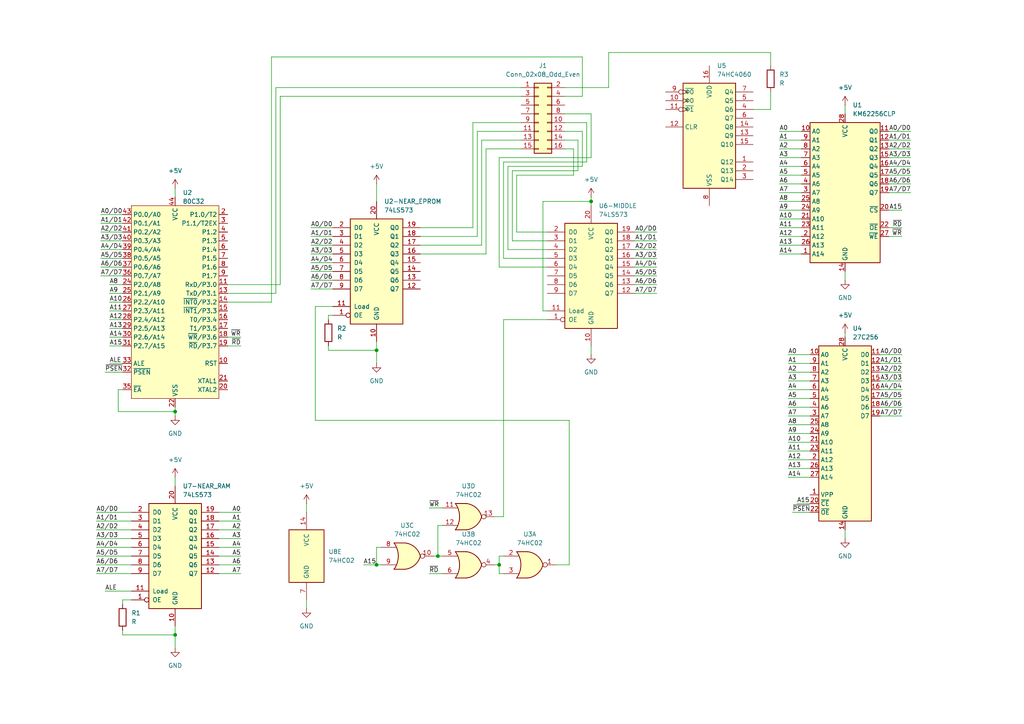
<source format=kicad_sch>
(kicad_sch (version 20231120) (generator "eeschema") (generator_version "8.0")
  (paper "A4")
  (lib_symbols
    (symbol "74xx:74HC02" (pin_names (offset 1.016))
      (property "Reference" "U" (at 0 1.27 0))
      (property "Value" "74HC02" (at 0 -1.27 0))
      (symbol "74HC02_1_1"
        (arc (start -3.81 -3.81) (mid -2.589 0) (end -3.81 3.81) (stroke (width 0.254)))
        (arc (start -0.6096 -3.81) (mid 2.1842 -2.5851) (end 3.81 0) (stroke (width 0.254)) (fill (type background)))
        (polyline (pts (xy -3.81 -3.81) (xy -0.635 -3.81)) (stroke (width 0.254)) (fill (type background)))
        (polyline (pts (xy -3.81 3.81) (xy -0.635 3.81)) (stroke (width 0.254)) (fill (type background)))
        (polyline (pts (xy -0.635 3.81) (xy -3.81 3.81) (xy -3.81 3.81) (xy -3.556 3.4036) (xy -3.0226 2.2606) (xy -2.6924 1.0414) (xy -2.6162 -0.254) (xy -2.7686 -1.4986) (xy -3.175 -2.7178) (xy -3.81 -3.81) (xy -3.81 -3.81) (xy -0.635 -3.81)) (stroke (width -25.4)) (fill (type background)))
        (arc (start 3.81 0) (mid 2.1915 2.5936) (end -0.6096 3.81) (stroke (width 0.254)) (fill (type background)))
        (pin output inverted (at 7.62 0 180) (length 3.81) (name "~") (number "1"))
        (pin input line (at -7.62 2.54 0) (length 4.318) (name "~") (number "2"))
        (pin input line (at -7.62 -2.54 0) (length 4.318) (name "~") (number "3"))
      )
      (symbol "74HC02_1_2"
        (arc (start 0 -3.81) (mid 3.7934 0) (end 0 3.81) (stroke (width 0.254)) (fill (type background)))
        (polyline (pts (xy 0 3.81) (xy -3.81 3.81) (xy -3.81 -3.81) (xy 0 -3.81)) (stroke (width 0.254)) (fill (type background)))
        (pin output line (at 7.62 0 180) (length 3.81) (name "~") (number "1"))
        (pin input inverted (at -7.62 2.54 0) (length 3.81) (name "~") (number "2"))
        (pin input inverted (at -7.62 -2.54 0) (length 3.81) (name "~") (number "3"))
      )
      (symbol "74HC02_2_1"
        (arc (start -3.81 -3.81) (mid -2.589 0) (end -3.81 3.81) (stroke (width 0.254)))
        (arc (start -0.6096 -3.81) (mid 2.1842 -2.5851) (end 3.81 0) (stroke (width 0.254)) (fill (type background)))
        (polyline (pts (xy -3.81 -3.81) (xy -0.635 -3.81)) (stroke (width 0.254)) (fill (type background)))
        (polyline (pts (xy -3.81 3.81) (xy -0.635 3.81)) (stroke (width 0.254)) (fill (type background)))
        (polyline (pts (xy -0.635 3.81) (xy -3.81 3.81) (xy -3.81 3.81) (xy -3.556 3.4036) (xy -3.0226 2.2606) (xy -2.6924 1.0414) (xy -2.6162 -0.254) (xy -2.7686 -1.4986) (xy -3.175 -2.7178) (xy -3.81 -3.81) (xy -3.81 -3.81) (xy -0.635 -3.81)) (stroke (width -25.4)) (fill (type background)))
        (arc (start 3.81 0) (mid 2.1915 2.5936) (end -0.6096 3.81) (stroke (width 0.254)) (fill (type background)))
        (pin output inverted (at 7.62 0 180) (length 3.81) (name "~") (number "4"))
        (pin input line (at -7.62 2.54 0) (length 4.318) (name "~") (number "5"))
        (pin input line (at -7.62 -2.54 0) (length 4.318) (name "~") (number "6"))
      )
      (symbol "74HC02_2_2"
        (arc (start 0 -3.81) (mid 3.7934 0) (end 0 3.81) (stroke (width 0.254)) (fill (type background)))
        (polyline (pts (xy 0 3.81) (xy -3.81 3.81) (xy -3.81 -3.81) (xy 0 -3.81)) (stroke (width 0.254)) (fill (type background)))
        (pin output line (at 7.62 0 180) (length 3.81) (name "~") (number "4"))
        (pin input inverted (at -7.62 2.54 0) (length 3.81) (name "~") (number "5"))
        (pin input inverted (at -7.62 -2.54 0) (length 3.81) (name "~") (number "6"))
      )
      (symbol "74HC02_3_1"
        (arc (start -3.81 -3.81) (mid -2.589 0) (end -3.81 3.81) (stroke (width 0.254)))
        (arc (start -0.6096 -3.81) (mid 2.1842 -2.5851) (end 3.81 0) (stroke (width 0.254)) (fill (type background)))
        (polyline (pts (xy -3.81 -3.81) (xy -0.635 -3.81)) (stroke (width 0.254)) (fill (type background)))
        (polyline (pts (xy -3.81 3.81) (xy -0.635 3.81)) (stroke (width 0.254)) (fill (type background)))
        (polyline (pts (xy -0.635 3.81) (xy -3.81 3.81) (xy -3.81 3.81) (xy -3.556 3.4036) (xy -3.0226 2.2606) (xy -2.6924 1.0414) (xy -2.6162 -0.254) (xy -2.7686 -1.4986) (xy -3.175 -2.7178) (xy -3.81 -3.81) (xy -3.81 -3.81) (xy -0.635 -3.81)) (stroke (width -25.4)) (fill (type background)))
        (arc (start 3.81 0) (mid 2.1915 2.5936) (end -0.6096 3.81) (stroke (width 0.254)) (fill (type background)))
        (pin output inverted (at 7.62 0 180) (length 3.81) (name "~") (number "10"))
        (pin input line (at -7.62 2.54 0) (length 4.318) (name "~") (number "8"))
        (pin input line (at -7.62 -2.54 0) (length 4.318) (name "~") (number "9"))
      )
      (symbol "74HC02_3_2"
        (arc (start 0 -3.81) (mid 3.7934 0) (end 0 3.81) (stroke (width 0.254)) (fill (type background)))
        (polyline (pts (xy 0 3.81) (xy -3.81 3.81) (xy -3.81 -3.81) (xy 0 -3.81)) (stroke (width 0.254)) (fill (type background)))
        (pin output line (at 7.62 0 180) (length 3.81) (name "~") (number "10"))
        (pin input inverted (at -7.62 2.54 0) (length 3.81) (name "~") (number "8"))
        (pin input inverted (at -7.62 -2.54 0) (length 3.81) (name "~") (number "9"))
      )
      (symbol "74HC02_4_1"
        (arc (start -3.81 -3.81) (mid -2.589 0) (end -3.81 3.81) (stroke (width 0.254)))
        (arc (start -0.6096 -3.81) (mid 2.1842 -2.5851) (end 3.81 0) (stroke (width 0.254)) (fill (type background)))
        (polyline (pts (xy -3.81 -3.81) (xy -0.635 -3.81)) (stroke (width 0.254)) (fill (type background)))
        (polyline (pts (xy -3.81 3.81) (xy -0.635 3.81)) (stroke (width 0.254)) (fill (type background)))
        (polyline (pts (xy -0.635 3.81) (xy -3.81 3.81) (xy -3.81 3.81) (xy -3.556 3.4036) (xy -3.0226 2.2606) (xy -2.6924 1.0414) (xy -2.6162 -0.254) (xy -2.7686 -1.4986) (xy -3.175 -2.7178) (xy -3.81 -3.81) (xy -3.81 -3.81) (xy -0.635 -3.81)) (stroke (width -25.4)) (fill (type background)))
        (arc (start 3.81 0) (mid 2.1915 2.5936) (end -0.6096 3.81) (stroke (width 0.254)) (fill (type background)))
        (pin input line (at -7.62 2.54 0) (length 4.318) (name "~") (number "11"))
        (pin input line (at -7.62 -2.54 0) (length 4.318) (name "~") (number "12"))
        (pin output inverted (at 7.62 0 180) (length 3.81) (name "~") (number "13"))
      )
      (symbol "74HC02_4_2"
        (arc (start 0 -3.81) (mid 3.7934 0) (end 0 3.81) (stroke (width 0.254)) (fill (type background)))
        (polyline (pts (xy 0 3.81) (xy -3.81 3.81) (xy -3.81 -3.81) (xy 0 -3.81)) (stroke (width 0.254)) (fill (type background)))
        (pin input inverted (at -7.62 2.54 0) (length 3.81) (name "~") (number "11"))
        (pin input inverted (at -7.62 -2.54 0) (length 3.81) (name "~") (number "12"))
        (pin output line (at 7.62 0 180) (length 3.81) (name "~") (number "13"))
      )
      (symbol "74HC02_5_0"
        (pin power_in line (at 0 12.7 270) (length 5.08) (name "VCC") (number "14"))
        (pin power_in line (at 0 -12.7 90) (length 5.08) (name "GND") (number "7"))
      )
      (symbol "74HC02_5_1"
        (rectangle (start -5.08 7.62) (end 5.08 -7.62) (stroke (width 0.254)) (fill (type background)))
      )
    )
    (symbol "74xx:74HC4060"
      (property "Reference" "U" (at 5.08 16.51 0))
      (property "Value" "74HC4060" (at 7.62 -16.51 0))
      (symbol "74HC4060_1_0"
        (pin output line (at 12.7 -7.62 180) (length 5.08) (name "Q12") (number "1"))
        (pin input clock (at -12.7 10.16 0) (length 5.08) (name "Φ0") (number "10"))
        (pin input inverted_clock (at -12.7 7.62 0) (length 5.08) (name "~{Φ1}") (number "11"))
        (pin input line (at -12.7 2.54 0) (length 5.08) (name "CLR") (number "12"))
        (pin output line (at 12.7 0 180) (length 5.08) (name "Q9") (number "13"))
        (pin output line (at 12.7 2.54 180) (length 5.08) (name "Q8") (number "14"))
        (pin output line (at 12.7 -2.54 180) (length 5.08) (name "Q10") (number "15"))
        (pin power_in line (at 0 20.32 270) (length 5.08) (name "VDD") (number "16"))
        (pin output line (at 12.7 -10.16 180) (length 5.08) (name "Q13") (number "2"))
        (pin output line (at 12.7 -12.7 180) (length 5.08) (name "Q14") (number "3"))
        (pin output line (at 12.7 7.62 180) (length 5.08) (name "Q6") (number "4"))
        (pin output line (at 12.7 10.16 180) (length 5.08) (name "Q5") (number "5"))
        (pin output line (at 12.7 5.08 180) (length 5.08) (name "Q7") (number "6"))
        (pin output line (at 12.7 12.7 180) (length 5.08) (name "Q4") (number "7"))
        (pin power_in line (at 0 -20.32 90) (length 5.08) (name "VSS") (number "8"))
        (pin input inverted_clock (at -12.7 12.7 0) (length 5.08) (name "~{Φ0}") (number "9"))
      )
      (symbol "74HC4060_1_1"
        (rectangle (start -7.62 15.24) (end 7.62 -15.24) (stroke (width 0.254)) (fill (type background)))
      )
    )
    (symbol "74xx:74HC86" (pin_names (offset 1.016))
      (property "Reference" "U" (at 0 1.27 0))
      (property "Value" "74HC86" (at 0 -1.27 0))
      (symbol "74HC86_1_0"
        (arc (start -4.4196 -3.81) (mid -3.2033 0) (end -4.4196 3.81) (stroke (width 0.254)))
        (arc (start -3.81 -3.81) (mid -2.589 0) (end -3.81 3.81) (stroke (width 0.254)))
        (arc (start -0.6096 -3.81) (mid 2.1842 -2.5851) (end 3.81 0) (stroke (width 0.254)) (fill (type background)))
        (polyline (pts (xy -3.81 -3.81) (xy -0.635 -3.81)) (stroke (width 0.254)) (fill (type background)))
        (polyline (pts (xy -3.81 3.81) (xy -0.635 3.81)) (stroke (width 0.254)) (fill (type background)))
        (polyline (pts (xy -0.635 3.81) (xy -3.81 3.81) (xy -3.81 3.81) (xy -3.556 3.4036) (xy -3.0226 2.2606) (xy -2.6924 1.0414) (xy -2.6162 -0.254) (xy -2.7686 -1.4986) (xy -3.175 -2.7178) (xy -3.81 -3.81) (xy -3.81 -3.81) (xy -0.635 -3.81)) (stroke (width -25.4)) (fill (type background)))
        (arc (start 3.81 0) (mid 2.1915 2.5936) (end -0.6096 3.81) (stroke (width 0.254)) (fill (type background)))
        (pin input line (at -7.62 2.54 0) (length 4.445) (name "~") (number "1"))
        (pin input line (at -7.62 -2.54 0) (length 4.445) (name "~") (number "2"))
        (pin output line (at 7.62 0 180) (length 3.81) (name "~") (number "3"))
      )
      (symbol "74HC86_1_1"
        (polyline (pts (xy -3.81 -2.54) (xy -3.175 -2.54)) (stroke (width 0.1524)))
        (polyline (pts (xy -3.81 2.54) (xy -3.175 2.54)) (stroke (width 0.1524)))
      )
      (symbol "74HC86_2_0"
        (arc (start -4.4196 -3.81) (mid -3.2033 0) (end -4.4196 3.81) (stroke (width 0.254)))
        (arc (start -3.81 -3.81) (mid -2.589 0) (end -3.81 3.81) (stroke (width 0.254)))
        (arc (start -0.6096 -3.81) (mid 2.1842 -2.5851) (end 3.81 0) (stroke (width 0.254)) (fill (type background)))
        (polyline (pts (xy -3.81 -3.81) (xy -0.635 -3.81)) (stroke (width 0.254)) (fill (type background)))
        (polyline (pts (xy -3.81 3.81) (xy -0.635 3.81)) (stroke (width 0.254)) (fill (type background)))
        (polyline (pts (xy -0.635 3.81) (xy -3.81 3.81) (xy -3.81 3.81) (xy -3.556 3.4036) (xy -3.0226 2.2606) (xy -2.6924 1.0414) (xy -2.6162 -0.254) (xy -2.7686 -1.4986) (xy -3.175 -2.7178) (xy -3.81 -3.81) (xy -3.81 -3.81) (xy -0.635 -3.81)) (stroke (width -25.4)) (fill (type background)))
        (arc (start 3.81 0) (mid 2.1915 2.5936) (end -0.6096 3.81) (stroke (width 0.254)) (fill (type background)))
        (pin input line (at -7.62 2.54 0) (length 4.445) (name "~") (number "4"))
        (pin input line (at -7.62 -2.54 0) (length 4.445) (name "~") (number "5"))
        (pin output line (at 7.62 0 180) (length 3.81) (name "~") (number "6"))
      )
      (symbol "74HC86_2_1"
        (polyline (pts (xy -3.81 -2.54) (xy -3.175 -2.54)) (stroke (width 0.1524)))
        (polyline (pts (xy -3.81 2.54) (xy -3.175 2.54)) (stroke (width 0.1524)))
      )
      (symbol "74HC86_3_0"
        (arc (start -4.4196 -3.81) (mid -3.2033 0) (end -4.4196 3.81) (stroke (width 0.254)))
        (arc (start -3.81 -3.81) (mid -2.589 0) (end -3.81 3.81) (stroke (width 0.254)))
        (arc (start -0.6096 -3.81) (mid 2.1842 -2.5851) (end 3.81 0) (stroke (width 0.254)) (fill (type background)))
        (polyline (pts (xy -3.81 -3.81) (xy -0.635 -3.81)) (stroke (width 0.254)) (fill (type background)))
        (polyline (pts (xy -3.81 3.81) (xy -0.635 3.81)) (stroke (width 0.254)) (fill (type background)))
        (polyline (pts (xy -0.635 3.81) (xy -3.81 3.81) (xy -3.81 3.81) (xy -3.556 3.4036) (xy -3.0226 2.2606) (xy -2.6924 1.0414) (xy -2.6162 -0.254) (xy -2.7686 -1.4986) (xy -3.175 -2.7178) (xy -3.81 -3.81) (xy -3.81 -3.81) (xy -0.635 -3.81)) (stroke (width -25.4)) (fill (type background)))
        (arc (start 3.81 0) (mid 2.1915 2.5936) (end -0.6096 3.81) (stroke (width 0.254)) (fill (type background)))
        (pin input line (at -7.62 -2.54 0) (length 4.445) (name "~") (number "10"))
        (pin output line (at 7.62 0 180) (length 3.81) (name "~") (number "8"))
        (pin input line (at -7.62 2.54 0) (length 4.445) (name "~") (number "9"))
      )
      (symbol "74HC86_3_1"
        (polyline (pts (xy -3.81 -2.54) (xy -3.175 -2.54)) (stroke (width 0.1524)))
        (polyline (pts (xy -3.81 2.54) (xy -3.175 2.54)) (stroke (width 0.1524)))
      )
      (symbol "74HC86_4_0"
        (arc (start -4.4196 -3.81) (mid -3.2033 0) (end -4.4196 3.81) (stroke (width 0.254)))
        (arc (start -3.81 -3.81) (mid -2.589 0) (end -3.81 3.81) (stroke (width 0.254)))
        (arc (start -0.6096 -3.81) (mid 2.1842 -2.5851) (end 3.81 0) (stroke (width 0.254)) (fill (type background)))
        (polyline (pts (xy -3.81 -3.81) (xy -0.635 -3.81)) (stroke (width 0.254)) (fill (type background)))
        (polyline (pts (xy -3.81 3.81) (xy -0.635 3.81)) (stroke (width 0.254)) (fill (type background)))
        (polyline (pts (xy -0.635 3.81) (xy -3.81 3.81) (xy -3.81 3.81) (xy -3.556 3.4036) (xy -3.0226 2.2606) (xy -2.6924 1.0414) (xy -2.6162 -0.254) (xy -2.7686 -1.4986) (xy -3.175 -2.7178) (xy -3.81 -3.81) (xy -3.81 -3.81) (xy -0.635 -3.81)) (stroke (width -25.4)) (fill (type background)))
        (arc (start 3.81 0) (mid 2.1915 2.5936) (end -0.6096 3.81) (stroke (width 0.254)) (fill (type background)))
        (pin output line (at 7.62 0 180) (length 3.81) (name "~") (number "11"))
        (pin input line (at -7.62 2.54 0) (length 4.445) (name "~") (number "12"))
        (pin input line (at -7.62 -2.54 0) (length 4.445) (name "~") (number "13"))
      )
      (symbol "74HC86_4_1"
        (polyline (pts (xy -3.81 -2.54) (xy -3.175 -2.54)) (stroke (width 0.1524)))
        (polyline (pts (xy -3.81 2.54) (xy -3.175 2.54)) (stroke (width 0.1524)))
      )
      (symbol "74HC86_5_0"
        (pin power_in line (at 0 12.7 270) (length 5.08) (name "VCC") (number "14"))
        (pin power_in line (at 0 -12.7 90) (length 5.08) (name "GND") (number "7"))
      )
      (symbol "74HC86_5_1"
        (rectangle (start -5.08 7.62) (end 5.08 -7.62) (stroke (width 0.254)) (fill (type background)))
      )
    )
    (symbol "74xx:74LS573" (pin_names (offset 1.016))
      (property "Reference" "U" (at -7.62 16.51 0))
      (property "Value" "74LS573" (at -7.62 -16.51 0))
      (symbol "74LS573_1_0"
        (pin input inverted (at -12.7 -12.7 0) (length 5.08) (name "OE") (number "1"))
        (pin power_in line (at 0 -20.32 90) (length 5.08) (name "GND") (number "10"))
        (pin input line (at -12.7 -10.16 0) (length 5.08) (name "Load") (number "11"))
        (pin tri_state line (at 12.7 -5.08 180) (length 5.08) (name "Q7") (number "12"))
        (pin tri_state line (at 12.7 -2.54 180) (length 5.08) (name "Q6") (number "13"))
        (pin tri_state line (at 12.7 0 180) (length 5.08) (name "Q5") (number "14"))
        (pin tri_state line (at 12.7 2.54 180) (length 5.08) (name "Q4") (number "15"))
        (pin tri_state line (at 12.7 5.08 180) (length 5.08) (name "Q3") (number "16"))
        (pin tri_state line (at 12.7 7.62 180) (length 5.08) (name "Q2") (number "17"))
        (pin tri_state line (at 12.7 10.16 180) (length 5.08) (name "Q1") (number "18"))
        (pin tri_state line (at 12.7 12.7 180) (length 5.08) (name "Q0") (number "19"))
        (pin input line (at -12.7 12.7 0) (length 5.08) (name "D0") (number "2"))
        (pin power_in line (at 0 20.32 270) (length 5.08) (name "VCC") (number "20"))
        (pin input line (at -12.7 10.16 0) (length 5.08) (name "D1") (number "3"))
        (pin input line (at -12.7 7.62 0) (length 5.08) (name "D2") (number "4"))
        (pin input line (at -12.7 5.08 0) (length 5.08) (name "D3") (number "5"))
        (pin input line (at -12.7 2.54 0) (length 5.08) (name "D4") (number "6"))
        (pin input line (at -12.7 0 0) (length 5.08) (name "D5") (number "7"))
        (pin input line (at -12.7 -2.54 0) (length 5.08) (name "D6") (number "8"))
        (pin input line (at -12.7 -5.08 0) (length 5.08) (name "D7") (number "9"))
      )
      (symbol "74LS573_1_1"
        (rectangle (start -7.62 15.24) (end 7.62 -15.24) (stroke (width 0.254)) (fill (type background)))
      )
    )
    (symbol "Angle Processor Board:80C32"
      (property "Reference" "U" (at -10.414 5.588 0))
      (symbol "80C32_1_1"
        (rectangle (start -12.7 0) (end 12.7 -55.88) (fill (type background)))
        (pin input line (at 15.24 -45.72 180) (length 2.54) (name "RST") (number "10"))
        (pin tri_state line (at 15.24 -22.86 180) (length 2.54) (name "RxD/P3.0") (number "11"))
        (pin tri_state line (at 15.24 -25.4 180) (length 2.54) (name "TxD/P3.1") (number "13"))
        (pin tri_state line (at 15.24 -27.94 180) (length 2.54) (name "~{INT0}/P3.2") (number "14"))
        (pin tri_state line (at 15.24 -30.48 180) (length 2.54) (name "~{INT1}/P3.3") (number "15"))
        (pin tri_state line (at 15.24 -33.02 180) (length 2.54) (name "T0/P3.4") (number "16"))
        (pin tri_state line (at 15.24 -35.56 180) (length 2.54) (name "T1/P3.5") (number "17"))
        (pin tri_state line (at 15.24 -38.1 180) (length 2.54) (name "~{WR}/P3.6") (number "18"))
        (pin tri_state line (at 15.24 -40.64 180) (length 2.54) (name "~{RD}/P3.7") (number "19"))
        (pin tri_state line (at 15.24 -2.54 180) (length 2.54) (name "P1.0/T2") (number "2"))
        (pin output line (at 15.24 -53.34 180) (length 2.54) (name "XTAL2") (number "20"))
        (pin input line (at 15.24 -50.8 180) (length 2.54) (name "XTAL1") (number "21"))
        (pin power_in line (at 0 -58.42 90) (length 2.54) (name "VSS") (number "22"))
        (pin tri_state line (at -15.24 -22.86 0) (length 2.54) (name "P2.0/A8") (number "24"))
        (pin tri_state line (at -15.24 -25.4 0) (length 2.54) (name "P2.1/A9") (number "25"))
        (pin tri_state line (at -15.24 -27.94 0) (length 2.54) (name "P2.2/A10") (number "26"))
        (pin tri_state line (at -15.24 -30.48 0) (length 2.54) (name "P2.3/A11") (number "27"))
        (pin tri_state line (at -15.24 -33.02 0) (length 2.54) (name "P2.4/A12") (number "28"))
        (pin tri_state line (at -15.24 -35.56 0) (length 2.54) (name "P2.5/A13") (number "29"))
        (pin tri_state line (at 15.24 -5.08 180) (length 2.54) (name "P1.1/T2EX") (number "3"))
        (pin tri_state line (at -15.24 -38.1 0) (length 2.54) (name "P2.6/A14") (number "30"))
        (pin tri_state line (at -15.24 -40.64 0) (length 2.54) (name "P2.7/A15") (number "31"))
        (pin output line (at -15.24 -48.26 0) (length 2.54) (name "~{PSEN}") (number "32"))
        (pin output line (at -15.24 -45.72 0) (length 2.54) (name "ALE") (number "33"))
        (pin input line (at -15.24 -53.34 0) (length 2.54) (name "~{EA}") (number "35"))
        (pin tri_state line (at -15.24 -20.32 0) (length 2.54) (name "P0.7/A7") (number "36"))
        (pin tri_state line (at -15.24 -17.78 0) (length 2.54) (name "P0.6/A6") (number "37"))
        (pin tri_state line (at -15.24 -15.24 0) (length 2.54) (name "P0.5/A5") (number "38"))
        (pin tri_state line (at -15.24 -12.7 0) (length 2.54) (name "P0.4/A4") (number "39"))
        (pin tri_state line (at 15.24 -7.62 180) (length 2.54) (name "P1.2") (number "4"))
        (pin tri_state line (at -15.24 -10.16 0) (length 2.54) (name "P0.3/A3") (number "40"))
        (pin tri_state line (at -15.24 -7.62 0) (length 2.54) (name "P0.2/A2") (number "41"))
        (pin tri_state line (at -15.24 -5.08 0) (length 2.54) (name "P0.1/A1") (number "42"))
        (pin tri_state line (at -15.24 -2.54 0) (length 2.54) (name "P0.0/A0") (number "43"))
        (pin power_in line (at 0 2.54 270) (length 2.54) (name "VCC") (number "44"))
        (pin tri_state line (at 15.24 -10.16 180) (length 2.54) (name "P1.3") (number "5"))
        (pin tri_state line (at 15.24 -12.7 180) (length 2.54) (name "P1.4") (number "6"))
        (pin tri_state line (at 15.24 -15.24 180) (length 2.54) (name "P1.5") (number "7"))
        (pin tri_state line (at 15.24 -17.78 180) (length 2.54) (name "P1.6") (number "8"))
        (pin tri_state line (at 15.24 -20.32 180) (length 2.54) (name "P1.7") (number "9"))
      )
    )
    (symbol "Connector_Generic:Conn_02x08_Odd_Even" (pin_names (offset 1.016) hide)
      (property "Reference" "J" (at 1.27 10.16 0))
      (property "Value" "Conn_02x08_Odd_Even" (at 1.27 -12.7 0))
      (symbol "Conn_02x08_Odd_Even_1_1"
        (rectangle (start -1.27 -10.033) (end 0 -10.287) (stroke (width 0.1524)))
        (rectangle (start -1.27 -7.493) (end 0 -7.747) (stroke (width 0.1524)))
        (rectangle (start -1.27 -4.953) (end 0 -5.207) (stroke (width 0.1524)))
        (rectangle (start -1.27 -2.413) (end 0 -2.667) (stroke (width 0.1524)))
        (rectangle (start -1.27 0.127) (end 0 -0.127) (stroke (width 0.1524)))
        (rectangle (start -1.27 2.667) (end 0 2.413) (stroke (width 0.1524)))
        (rectangle (start -1.27 5.207) (end 0 4.953) (stroke (width 0.1524)))
        (rectangle (start -1.27 7.747) (end 0 7.493) (stroke (width 0.1524)))
        (rectangle (start -1.27 8.89) (end 3.81 -11.43) (stroke (width 0.254)) (fill (type background)))
        (rectangle (start 3.81 -10.033) (end 2.54 -10.287) (stroke (width 0.1524)))
        (rectangle (start 3.81 -7.493) (end 2.54 -7.747) (stroke (width 0.1524)))
        (rectangle (start 3.81 -4.953) (end 2.54 -5.207) (stroke (width 0.1524)))
        (rectangle (start 3.81 -2.413) (end 2.54 -2.667) (stroke (width 0.1524)))
        (rectangle (start 3.81 0.127) (end 2.54 -0.127) (stroke (width 0.1524)))
        (rectangle (start 3.81 2.667) (end 2.54 2.413) (stroke (width 0.1524)))
        (rectangle (start 3.81 5.207) (end 2.54 4.953) (stroke (width 0.1524)))
        (rectangle (start 3.81 7.747) (end 2.54 7.493) (stroke (width 0.1524)))
        (pin passive line (at -5.08 7.62 0) (length 3.81) (name "Pin_1") (number "1"))
        (pin passive line (at 7.62 -2.54 180) (length 3.81) (name "Pin_10") (number "10"))
        (pin passive line (at -5.08 -5.08 0) (length 3.81) (name "Pin_11") (number "11"))
        (pin passive line (at 7.62 -5.08 180) (length 3.81) (name "Pin_12") (number "12"))
        (pin passive line (at -5.08 -7.62 0) (length 3.81) (name "Pin_13") (number "13"))
        (pin passive line (at 7.62 -7.62 180) (length 3.81) (name "Pin_14") (number "14"))
        (pin passive line (at -5.08 -10.16 0) (length 3.81) (name "Pin_15") (number "15"))
        (pin passive line (at 7.62 -10.16 180) (length 3.81) (name "Pin_16") (number "16"))
        (pin passive line (at 7.62 7.62 180) (length 3.81) (name "Pin_2") (number "2"))
        (pin passive line (at -5.08 5.08 0) (length 3.81) (name "Pin_3") (number "3"))
        (pin passive line (at 7.62 5.08 180) (length 3.81) (name "Pin_4") (number "4"))
        (pin passive line (at -5.08 2.54 0) (length 3.81) (name "Pin_5") (number "5"))
        (pin passive line (at 7.62 2.54 180) (length 3.81) (name "Pin_6") (number "6"))
        (pin passive line (at -5.08 0 0) (length 3.81) (name "Pin_7") (number "7"))
        (pin passive line (at 7.62 0 180) (length 3.81) (name "Pin_8") (number "8"))
        (pin passive line (at -5.08 -2.54 0) (length 3.81) (name "Pin_9") (number "9"))
      )
    )
    (symbol "Device:R" (pin_numbers hide) (pin_names (offset 0))
      (property "Reference" "R" (at 2.032 0 90))
      (property "Value" "R" (at 0 0 90))
      (symbol "R_0_1"
        (rectangle (start -1.016 -2.54) (end 1.016 2.54) (stroke (width 0.254)))
      )
      (symbol "R_1_1"
        (pin passive line (at 0 3.81 270) (length 1.27) (name "~") (number "1"))
        (pin passive line (at 0 -3.81 90) (length 1.27) (name "~") (number "2"))
      )
    )
    (symbol "Memory_EPROM:27C256"
      (property "Reference" "U" (at -7.62 26.67 0))
      (property "Value" "27C256" (at 2.54 -26.67 0))
      (symbol "27C256_1_1"
        (rectangle (start -7.62 25.4) (end 7.62 -25.4) (stroke (width 0.254)) (fill (type background)))
        (pin input line (at -10.16 -17.78 0) (length 2.54) (name "VPP") (number "1"))
        (pin input line (at -10.16 22.86 0) (length 2.54) (name "A0") (number "10"))
        (pin tri_state line (at 10.16 22.86 180) (length 2.54) (name "D0") (number "11"))
        (pin tri_state line (at 10.16 20.32 180) (length 2.54) (name "D1") (number "12"))
        (pin tri_state line (at 10.16 17.78 180) (length 2.54) (name "D2") (number "13"))
        (pin power_in line (at 0 -27.94 90) (length 2.54) (name "GND") (number "14"))
        (pin tri_state line (at 10.16 15.24 180) (length 2.54) (name "D3") (number "15"))
        (pin tri_state line (at 10.16 12.7 180) (length 2.54) (name "D4") (number "16"))
        (pin tri_state line (at 10.16 10.16 180) (length 2.54) (name "D5") (number "17"))
        (pin tri_state line (at 10.16 7.62 180) (length 2.54) (name "D6") (number "18"))
        (pin tri_state line (at 10.16 5.08 180) (length 2.54) (name "D7") (number "19"))
        (pin input line (at -10.16 -7.62 0) (length 2.54) (name "A12") (number "2"))
        (pin input line (at -10.16 -20.32 0) (length 2.54) (name "~{CE}") (number "20"))
        (pin input line (at -10.16 -2.54 0) (length 2.54) (name "A10") (number "21"))
        (pin input line (at -10.16 -22.86 0) (length 2.54) (name "~{OE}") (number "22"))
        (pin input line (at -10.16 -5.08 0) (length 2.54) (name "A11") (number "23"))
        (pin input line (at -10.16 0 0) (length 2.54) (name "A9") (number "24"))
        (pin input line (at -10.16 2.54 0) (length 2.54) (name "A8") (number "25"))
        (pin input line (at -10.16 -10.16 0) (length 2.54) (name "A13") (number "26"))
        (pin input line (at -10.16 -12.7 0) (length 2.54) (name "A14") (number "27"))
        (pin power_in line (at 0 27.94 270) (length 2.54) (name "VCC") (number "28"))
        (pin input line (at -10.16 5.08 0) (length 2.54) (name "A7") (number "3"))
        (pin input line (at -10.16 7.62 0) (length 2.54) (name "A6") (number "4"))
        (pin input line (at -10.16 10.16 0) (length 2.54) (name "A5") (number "5"))
        (pin input line (at -10.16 12.7 0) (length 2.54) (name "A4") (number "6"))
        (pin input line (at -10.16 15.24 0) (length 2.54) (name "A3") (number "7"))
        (pin input line (at -10.16 17.78 0) (length 2.54) (name "A2") (number "8"))
        (pin input line (at -10.16 20.32 0) (length 2.54) (name "A1") (number "9"))
      )
    )
    (symbol "Memory_RAM:KM62256CLP"
      (property "Reference" "U" (at -10.16 20.955 0))
      (property "Value" "KM62256CLP" (at 2.54 20.955 0))
      (symbol "KM62256CLP_0_0"
        (pin power_in line (at 0 -22.86 90) (length 2.54) (name "GND") (number "14"))
        (pin power_in line (at 0 22.86 270) (length 2.54) (name "VCC") (number "28"))
      )
      (symbol "KM62256CLP_0_1"
        (rectangle (start -10.16 20.32) (end 10.16 -20.32) (stroke (width 0.254)) (fill (type background)))
      )
      (symbol "KM62256CLP_1_1"
        (pin input line (at -12.7 -17.78 0) (length 2.54) (name "A14") (number "1"))
        (pin input line (at -12.7 17.78 0) (length 2.54) (name "A0") (number "10"))
        (pin tri_state line (at 12.7 17.78 180) (length 2.54) (name "Q0") (number "11"))
        (pin tri_state line (at 12.7 15.24 180) (length 2.54) (name "Q1") (number "12"))
        (pin tri_state line (at 12.7 12.7 180) (length 2.54) (name "Q2") (number "13"))
        (pin tri_state line (at 12.7 10.16 180) (length 2.54) (name "Q3") (number "15"))
        (pin tri_state line (at 12.7 7.62 180) (length 2.54) (name "Q4") (number "16"))
        (pin tri_state line (at 12.7 5.08 180) (length 2.54) (name "Q5") (number "17"))
        (pin tri_state line (at 12.7 2.54 180) (length 2.54) (name "Q6") (number "18"))
        (pin tri_state line (at 12.7 0 180) (length 2.54) (name "Q7") (number "19"))
        (pin input line (at -12.7 -12.7 0) (length 2.54) (name "A12") (number "2"))
        (pin input line (at 12.7 -5.08 180) (length 2.54) (name "~{CS}") (number "20"))
        (pin input line (at -12.7 -7.62 0) (length 2.54) (name "A10") (number "21"))
        (pin input line (at 12.7 -10.16 180) (length 2.54) (name "~{OE}") (number "22"))
        (pin input line (at -12.7 -10.16 0) (length 2.54) (name "A11") (number "23"))
        (pin input line (at -12.7 -5.08 0) (length 2.54) (name "A9") (number "24"))
        (pin input line (at -12.7 -2.54 0) (length 2.54) (name "A8") (number "25"))
        (pin input line (at -12.7 -15.24 0) (length 2.54) (name "A13") (number "26"))
        (pin input line (at 12.7 -12.7 180) (length 2.54) (name "~{WE}") (number "27"))
        (pin input line (at -12.7 0 0) (length 2.54) (name "A7") (number "3"))
        (pin input line (at -12.7 2.54 0) (length 2.54) (name "A6") (number "4"))
        (pin input line (at -12.7 5.08 0) (length 2.54) (name "A5") (number "5"))
        (pin input line (at -12.7 7.62 0) (length 2.54) (name "A4") (number "6"))
        (pin input line (at -12.7 10.16 0) (length 2.54) (name "A3") (number "7"))
        (pin input line (at -12.7 12.7 0) (length 2.54) (name "A2") (number "8"))
        (pin input line (at -12.7 15.24 0) (length 2.54) (name "A1") (number "9"))
      )
    )
    (symbol "power:+5V" (power) (pin_numbers hide) (pin_names (offset 0) hide)
      (property "Value" "+5V" (at 0 3.556 0))
      (symbol "+5V_0_1"
        (polyline (pts (xy -0.762 1.27) (xy 0 2.54)))
        (polyline (pts (xy 0 0) (xy 0 2.54)))
        (polyline (pts (xy 0 2.54) (xy 0.762 1.27)))
      )
      (symbol "+5V_1_1"
        (pin power_in line (at 0 0 90) (length 0) (name "~") (number "1"))
      )
    )
    (symbol "power:GND" (power) (pin_numbers hide) (pin_names (offset 0) hide)
      (property "Value" "GND" (at 0 -3.81 0))
      (symbol "GND_0_1"
        (polyline (pts (xy 0 0) (xy 0 -1.27) (xy 1.27 -1.27) (xy 0 -2.54) (xy -1.27 -1.27) (xy 0 -1.27)))
      )
      (symbol "GND_1_1"
        (pin power_in line (at 0 0 270) (length 0) (name "~") (number "1"))
      )
    )
  )
  (junction (at 109.22 163.83))
  (junction (at 127 161.29))
  (junction (at 171.45 58.42))
  (junction (at 50.8 184.15))
  (junction (at 109.22 101.6))
  (junction (at 50.8 119.38))
  (junction (at 144.78 163.83))
  (wire (pts (xy 144.78 166.37) (xy 146.05 166.37)))
  (wire (pts (xy 105.41 163.83) (xy 109.22 163.83)))
  (wire (pts (xy 264.16 43.18) (xy 257.81 43.18)))
  (wire (pts (xy 69.85 100.33) (xy 66.04 100.33)))
  (wire (pts (xy 226.06 71.12) (xy 232.41 71.12)))
  (wire (pts (xy 27.94 151.13) (xy 38.1 151.13)))
  (wire (pts (xy 264.16 53.34) (xy 257.81 53.34)))
  (wire (pts (xy 228.6 107.95) (xy 234.95 107.95)))
  (wire (pts (xy 176.53 15.24) (xy 176.53 25.4)))
  (wire (pts (xy 264.16 38.1) (xy 257.81 38.1)))
  (wire (pts (xy 66.04 87.63) (xy 78.74 87.63)))
  (wire (pts (xy 157.48 58.42) (xy 171.45 58.42)))
  (wire (pts (xy 69.85 158.75) (xy 63.5 158.75)))
  (wire (pts (xy 31.75 87.63) (xy 35.56 87.63)))
  (wire (pts (xy 170.18 35.56) (xy 163.83 35.56)))
  (wire (pts (xy 190.5 85.09) (xy 184.15 85.09)))
  (wire (pts (xy 163.83 43.18) (xy 166.37 43.18)))
  (wire (pts (xy 226.06 63.5) (xy 232.41 63.5)))
  (wire (pts (xy 226.06 43.18) (xy 232.41 43.18)))
  (wire (pts (xy 90.17 71.12) (xy 96.52 71.12)))
  (wire (pts (xy 190.5 69.85) (xy 184.15 69.85)))
  (wire (pts (xy 50.8 184.15) (xy 50.8 187.96)))
  (wire (pts (xy 264.16 40.64) (xy 257.81 40.64)))
  (wire (pts (xy 161.29 163.83) (xy 165.1 163.83)))
  (wire (pts (xy 127 152.4) (xy 127 161.29)))
  (wire (pts (xy 149.86 67.31) (xy 158.75 67.31)))
  (wire (pts (xy 69.85 148.59) (xy 63.5 148.59)))
  (wire (pts (xy 148.59 69.85) (xy 158.75 69.85)))
  (wire (pts (xy 190.5 67.31) (xy 184.15 67.31)))
  (wire (pts (xy 228.6 110.49) (xy 234.95 110.49)))
  (wire (pts (xy 69.85 97.79) (xy 66.04 97.79)))
  (wire (pts (xy 171.45 100.33) (xy 171.45 102.87)))
  (wire (pts (xy 90.17 83.82) (xy 96.52 83.82)))
  (wire (pts (xy 148.59 49.53) (xy 167.64 49.53)))
  (wire (pts (xy 138.43 38.1) (xy 151.13 38.1)))
  (wire (pts (xy 261.62 120.65) (xy 255.27 120.65)))
  (wire (pts (xy 158.75 77.47) (xy 144.78 77.47)))
  (wire (pts (xy 264.16 45.72) (xy 257.81 45.72)))
  (wire (pts (xy 34.29 119.38) (xy 50.8 119.38)))
  (wire (pts (xy 146.05 92.71) (xy 146.05 149.86)))
  (wire (pts (xy 228.6 128.27) (xy 234.95 128.27)))
  (wire (pts (xy 29.21 67.31) (xy 35.56 67.31)))
  (wire (pts (xy 158.75 90.17) (xy 157.48 90.17)))
  (wire (pts (xy 80.01 25.4) (xy 151.13 25.4)))
  (wire (pts (xy 146.05 161.29) (xy 144.78 161.29)))
  (wire (pts (xy 80.01 85.09) (xy 80.01 25.4)))
  (wire (pts (xy 139.7 71.12) (xy 139.7 40.64)))
  (wire (pts (xy 144.78 161.29) (xy 144.78 163.83)))
  (wire (pts (xy 166.37 43.18) (xy 166.37 50.8)))
  (wire (pts (xy 190.5 72.39) (xy 184.15 72.39)))
  (wire (pts (xy 27.94 158.75) (xy 38.1 158.75)))
  (wire (pts (xy 261.62 118.11) (xy 255.27 118.11)))
  (wire (pts (xy 35.56 173.99) (xy 35.56 175.26)))
  (wire (pts (xy 81.28 82.55) (xy 81.28 27.94)))
  (wire (pts (xy 127 161.29) (xy 128.27 161.29)))
  (wire (pts (xy 167.64 40.64) (xy 163.83 40.64)))
  (wire (pts (xy 168.91 48.26) (xy 168.91 38.1)))
  (wire (pts (xy 50.8 119.38) (xy 50.8 120.65)))
  (wire (pts (xy 171.45 45.72) (xy 171.45 33.02)))
  (wire (pts (xy 31.75 90.17) (xy 35.56 90.17)))
  (wire (pts (xy 35.56 184.15) (xy 50.8 184.15)))
  (wire (pts (xy 245.11 30.48) (xy 245.11 33.02)))
  (wire (pts (xy 226.06 58.42) (xy 232.41 58.42)))
  (wire (pts (xy 109.22 163.83) (xy 109.22 158.75)))
  (wire (pts (xy 29.21 69.85) (xy 35.56 69.85)))
  (wire (pts (xy 109.22 99.06) (xy 109.22 101.6)))
  (wire (pts (xy 95.25 91.44) (xy 95.25 92.71)))
  (wire (pts (xy 29.21 62.23) (xy 35.56 62.23)))
  (wire (pts (xy 90.17 68.58) (xy 96.52 68.58)))
  (wire (pts (xy 264.16 48.26) (xy 257.81 48.26)))
  (wire (pts (xy 90.17 73.66) (xy 96.52 73.66)))
  (wire (pts (xy 165.1 163.83) (xy 165.1 121.92)))
  (wire (pts (xy 128.27 152.4) (xy 127 152.4)))
  (wire (pts (xy 171.45 57.15) (xy 171.45 58.42)))
  (wire (pts (xy 226.06 45.72) (xy 232.41 45.72)))
  (wire (pts (xy 69.85 161.29) (xy 63.5 161.29)))
  (wire (pts (xy 261.62 66.04) (xy 257.81 66.04)))
  (wire (pts (xy 91.44 88.9) (xy 96.52 88.9)))
  (wire (pts (xy 148.59 69.85) (xy 148.59 49.53)))
  (wire (pts (xy 95.25 91.44) (xy 96.52 91.44)))
  (wire (pts (xy 166.37 50.8) (xy 149.86 50.8)))
  (wire (pts (xy 69.85 163.83) (xy 63.5 163.83)))
  (wire (pts (xy 176.53 25.4) (xy 163.83 25.4)))
  (wire (pts (xy 69.85 166.37) (xy 63.5 166.37)))
  (wire (pts (xy 147.32 72.39) (xy 147.32 48.26)))
  (wire (pts (xy 90.17 66.04) (xy 96.52 66.04)))
  (wire (pts (xy 69.85 151.13) (xy 63.5 151.13)))
  (wire (pts (xy 226.06 38.1) (xy 232.41 38.1)))
  (wire (pts (xy 66.04 82.55) (xy 81.28 82.55)))
  (wire (pts (xy 34.29 113.03) (xy 34.29 119.38)))
  (wire (pts (xy 35.56 173.99) (xy 38.1 173.99)))
  (wire (pts (xy 124.46 147.32) (xy 128.27 147.32)))
  (wire (pts (xy 228.6 125.73) (xy 234.95 125.73)))
  (wire (pts (xy 226.06 73.66) (xy 232.41 73.66)))
  (wire (pts (xy 226.06 50.8) (xy 232.41 50.8)))
  (wire (pts (xy 261.62 60.96) (xy 257.81 60.96)))
  (wire (pts (xy 158.75 92.71) (xy 146.05 92.71)))
  (wire (pts (xy 29.21 72.39) (xy 35.56 72.39)))
  (wire (pts (xy 190.5 80.01) (xy 184.15 80.01)))
  (wire (pts (xy 121.92 66.04) (xy 137.16 66.04)))
  (wire (pts (xy 29.21 77.47) (xy 35.56 77.47)))
  (wire (pts (xy 121.92 73.66) (xy 140.97 73.66)))
  (wire (pts (xy 66.04 85.09) (xy 80.01 85.09)))
  (wire (pts (xy 168.91 27.94) (xy 163.83 27.94)))
  (wire (pts (xy 223.52 15.24) (xy 176.53 15.24)))
  (wire (pts (xy 110.49 158.75) (xy 109.22 158.75)))
  (wire (pts (xy 30.48 107.95) (xy 35.56 107.95)))
  (wire (pts (xy 190.5 74.93) (xy 184.15 74.93)))
  (wire (pts (xy 27.94 166.37) (xy 38.1 166.37)))
  (wire (pts (xy 228.6 133.35) (xy 234.95 133.35)))
  (wire (pts (xy 35.56 182.88) (xy 35.56 184.15)))
  (wire (pts (xy 226.06 68.58) (xy 232.41 68.58)))
  (wire (pts (xy 124.46 166.37) (xy 128.27 166.37)))
  (wire (pts (xy 226.06 55.88) (xy 232.41 55.88)))
  (wire (pts (xy 223.52 31.75) (xy 223.52 26.67)))
  (wire (pts (xy 90.17 78.74) (xy 96.52 78.74)))
  (wire (pts (xy 190.5 77.47) (xy 184.15 77.47)))
  (wire (pts (xy 228.6 135.89) (xy 234.95 135.89)))
  (wire (pts (xy 27.94 156.21) (xy 38.1 156.21)))
  (wire (pts (xy 31.75 82.55) (xy 35.56 82.55)))
  (wire (pts (xy 88.9 173.99) (xy 88.9 176.53)))
  (wire (pts (xy 223.52 19.05) (xy 223.52 15.24)))
  (wire (pts (xy 29.21 80.01) (xy 35.56 80.01)))
  (wire (pts (xy 121.92 71.12) (xy 139.7 71.12)))
  (wire (pts (xy 27.94 161.29) (xy 38.1 161.29)))
  (wire (pts (xy 229.87 148.59) (xy 234.95 148.59)))
  (wire (pts (xy 226.06 53.34) (xy 232.41 53.34)))
  (wire (pts (xy 231.14 146.05) (xy 234.95 146.05)))
  (wire (pts (xy 91.44 121.92) (xy 165.1 121.92)))
  (wire (pts (xy 158.75 72.39) (xy 147.32 72.39)))
  (wire (pts (xy 245.11 78.74) (xy 245.11 81.28)))
  (wire (pts (xy 261.62 105.41) (xy 255.27 105.41)))
  (wire (pts (xy 147.32 48.26) (xy 168.91 48.26)))
  (wire (pts (xy 143.51 163.83) (xy 144.78 163.83)))
  (wire (pts (xy 78.74 16.51) (xy 168.91 16.51)))
  (wire (pts (xy 228.6 102.87) (xy 234.95 102.87)))
  (wire (pts (xy 146.05 74.93) (xy 146.05 46.99)))
  (wire (pts (xy 139.7 40.64) (xy 151.13 40.64)))
  (wire (pts (xy 226.06 60.96) (xy 232.41 60.96)))
  (wire (pts (xy 226.06 40.64) (xy 232.41 40.64)))
  (wire (pts (xy 90.17 76.2) (xy 96.52 76.2)))
  (wire (pts (xy 245.11 153.67) (xy 245.11 156.21)))
  (wire (pts (xy 228.6 130.81) (xy 234.95 130.81)))
  (wire (pts (xy 228.6 120.65) (xy 234.95 120.65)))
  (wire (pts (xy 109.22 163.83) (xy 110.49 163.83)))
  (wire (pts (xy 226.06 66.04) (xy 232.41 66.04)))
  (wire (pts (xy 146.05 46.99) (xy 170.18 46.99)))
  (wire (pts (xy 228.6 138.43) (xy 234.95 138.43)))
  (wire (pts (xy 157.48 90.17) (xy 157.48 58.42)))
  (wire (pts (xy 228.6 123.19) (xy 234.95 123.19)))
  (wire (pts (xy 144.78 77.47) (xy 144.78 45.72)))
  (wire (pts (xy 170.18 46.99) (xy 170.18 35.56)))
  (wire (pts (xy 109.22 101.6) (xy 109.22 105.41)))
  (wire (pts (xy 144.78 163.83) (xy 144.78 166.37)))
  (wire (pts (xy 31.75 85.09) (xy 35.56 85.09)))
  (wire (pts (xy 144.78 45.72) (xy 171.45 45.72)))
  (wire (pts (xy 109.22 53.34) (xy 109.22 58.42)))
  (wire (pts (xy 149.86 50.8) (xy 149.86 67.31)))
  (wire (pts (xy 91.44 88.9) (xy 91.44 121.92)))
  (wire (pts (xy 261.62 115.57) (xy 255.27 115.57)))
  (wire (pts (xy 261.62 107.95) (xy 255.27 107.95)))
  (wire (pts (xy 137.16 66.04) (xy 137.16 35.56)))
  (wire (pts (xy 90.17 81.28) (xy 96.52 81.28)))
  (wire (pts (xy 31.75 92.71) (xy 35.56 92.71)))
  (wire (pts (xy 190.5 82.55) (xy 184.15 82.55)))
  (wire (pts (xy 167.64 49.53) (xy 167.64 40.64)))
  (wire (pts (xy 261.62 113.03) (xy 255.27 113.03)))
  (wire (pts (xy 81.28 27.94) (xy 151.13 27.94)))
  (wire (pts (xy 218.44 31.75) (xy 223.52 31.75)))
  (wire (pts (xy 261.62 102.87) (xy 255.27 102.87)))
  (wire (pts (xy 264.16 55.88) (xy 257.81 55.88)))
  (wire (pts (xy 228.6 113.03) (xy 234.95 113.03)))
  (wire (pts (xy 228.6 115.57) (xy 234.95 115.57)))
  (wire (pts (xy 35.56 113.03) (xy 34.29 113.03)))
  (wire (pts (xy 228.6 105.41) (xy 234.95 105.41)))
  (wire (pts (xy 29.21 74.93) (xy 35.56 74.93)))
  (wire (pts (xy 171.45 33.02) (xy 163.83 33.02)))
  (wire (pts (xy 125.73 161.29) (xy 127 161.29)))
  (wire (pts (xy 261.62 68.58) (xy 257.81 68.58)))
  (wire (pts (xy 140.97 73.66) (xy 140.97 43.18)))
  (wire (pts (xy 88.9 146.05) (xy 88.9 148.59)))
  (wire (pts (xy 228.6 118.11) (xy 234.95 118.11)))
  (wire (pts (xy 27.94 153.67) (xy 38.1 153.67)))
  (wire (pts (xy 31.75 97.79) (xy 35.56 97.79)))
  (wire (pts (xy 226.06 48.26) (xy 232.41 48.26)))
  (wire (pts (xy 31.75 95.25) (xy 35.56 95.25)))
  (wire (pts (xy 158.75 74.93) (xy 146.05 74.93)))
  (wire (pts (xy 138.43 68.58) (xy 138.43 38.1)))
  (wire (pts (xy 264.16 50.8) (xy 257.81 50.8)))
  (wire (pts (xy 69.85 153.67) (xy 63.5 153.67)))
  (wire (pts (xy 171.45 58.42) (xy 171.45 59.69)))
  (wire (pts (xy 137.16 35.56) (xy 151.13 35.56)))
  (wire (pts (xy 50.8 118.11) (xy 50.8 119.38)))
  (wire (pts (xy 27.94 148.59) (xy 38.1 148.59)))
  (wire (pts (xy 50.8 181.61) (xy 50.8 184.15)))
  (wire (pts (xy 30.48 171.45) (xy 38.1 171.45)))
  (wire (pts (xy 29.21 64.77) (xy 35.56 64.77)))
  (wire (pts (xy 69.85 156.21) (xy 63.5 156.21)))
  (wire (pts (xy 143.51 149.86) (xy 146.05 149.86)))
  (wire (pts (xy 261.62 110.49) (xy 255.27 110.49)))
  (wire (pts (xy 27.94 163.83) (xy 38.1 163.83)))
  (wire (pts (xy 50.8 54.61) (xy 50.8 57.15)))
  (wire (pts (xy 245.11 96.52) (xy 245.11 97.79)))
  (wire (pts (xy 140.97 43.18) (xy 151.13 43.18)))
  (wire (pts (xy 31.75 105.41) (xy 35.56 105.41)))
  (wire (pts (xy 50.8 140.97) (xy 50.8 138.43)))
  (wire (pts (xy 31.75 100.33) (xy 35.56 100.33)))
  (wire (pts (xy 95.25 101.6) (xy 109.22 101.6)))
  (wire (pts (xy 95.25 100.33) (xy 95.25 101.6)))
  (wire (pts (xy 121.92 68.58) (xy 138.43 68.58)))
  (wire (pts (xy 78.74 87.63) (xy 78.74 16.51)))
  (wire (pts (xy 168.91 16.51) (xy 168.91 27.94)))
  (wire (pts (xy 168.91 38.1) (xy 163.83 38.1)))
  (label "A10" (at 228.6 128.27 0))
  (label "A1{slash}D1" (at 261.62 105.41 180))
  (label "~{PSEN}" (at 229.87 148.59 0))
  (label "A3" (at 69.85 156.21 180))
  (label "A5{slash}D5" (at 264.16 50.8 180))
  (label "A14" (at 31.75 97.79 0))
  (label "A13" (at 226.06 71.12 0))
  (label "A13" (at 228.6 135.89 0))
  (label "A2{slash}D2" (at 264.16 43.18 180))
  (label "A6{slash}D6" (at 261.62 118.11 180))
  (label "A7" (at 69.85 166.37 180))
  (label "A2{slash}D2" (at 261.62 107.95 180))
  (label "A1{slash}D1" (at 27.94 151.13 0))
  (label "A2{slash}D2" (at 27.94 153.67 0))
  (label "A7{slash}D7" (at 261.62 120.65 180))
  (label "A14" (at 228.6 138.43 0))
  (label "A3" (at 226.06 45.72 0))
  (label "A11" (at 31.75 90.17 0))
  (label "A1{slash}D1" (at 29.21 64.77 0))
  (label "~{RD}" (at 261.62 66.04 180))
  (label "A3{slash}D3" (at 190.5 74.93 180))
  (label "A2" (at 228.6 107.95 0))
  (label "A6{slash}D6" (at 264.16 53.34 180))
  (label "A3{slash}D3" (at 261.62 110.49 180))
  (label "A0{slash}D0" (at 261.62 102.87 180))
  (label "A3{slash}D3" (at 90.17 73.66 0))
  (label "A1{slash}D1" (at 264.16 40.64 180))
  (label "ALE" (at 31.75 105.41 0))
  (label "A2{slash}D2" (at 90.17 71.12 0))
  (label "A0" (at 69.85 148.59 180))
  (label "A0{slash}D0" (at 29.21 62.23 0))
  (label "A9" (at 228.6 125.73 0))
  (label "A4{slash}D4" (at 29.21 72.39 0))
  (label "~{WR}" (at 124.46 147.32 0))
  (label "A7{slash}D7" (at 27.94 166.37 0))
  (label "A11" (at 226.06 66.04 0))
  (label "A7" (at 228.6 120.65 0))
  (label "A4" (at 69.85 158.75 180))
  (label "A3{slash}D3" (at 29.21 69.85 0))
  (label "A7" (at 226.06 55.88 0))
  (label "A1{slash}D1" (at 190.5 69.85 180))
  (label "A6" (at 69.85 163.83 180))
  (label "A0{slash}D0" (at 264.16 38.1 180))
  (label "A4" (at 226.06 48.26 0))
  (label "A6{slash}D6" (at 90.17 81.28 0))
  (label "A0{slash}D0" (at 190.5 67.31 180))
  (label "A15" (at 261.62 60.96 180))
  (label "A7{slash}D7" (at 29.21 80.01 0))
  (label "A3{slash}D3" (at 264.16 45.72 180))
  (label "A0" (at 226.06 38.1 0))
  (label "A4{slash}D4" (at 27.94 158.75 0))
  (label "A5{slash}D5" (at 27.94 161.29 0))
  (label "A2{slash}D2" (at 190.5 72.39 180))
  (label "A4{slash}D4" (at 264.16 48.26 180))
  (label "A4{slash}D4" (at 261.62 113.03 180))
  (label "A7{slash}D7" (at 264.16 55.88 180))
  (label "A6{slash}D6" (at 29.21 77.47 0))
  (label "A0" (at 228.6 102.87 0))
  (label "A2" (at 226.06 43.18 0))
  (label "A15" (at 31.75 100.33 0))
  (label "A14" (at 226.06 73.66 0))
  (label "~{RD}" (at 69.85 100.33 180))
  (label "A2{slash}D2" (at 29.21 67.31 0))
  (label "A0{slash}D0" (at 90.17 66.04 0))
  (label "A5{slash}D5" (at 29.21 74.93 0))
  (label "A7{slash}D7" (at 190.5 85.09 180))
  (label "A8" (at 31.75 82.55 0))
  (label "A5{slash}D5" (at 190.5 80.01 180))
  (label "~{WR}" (at 69.85 97.79 180))
  (label "A6{slash}D6" (at 27.94 163.83 0))
  (label "A4" (at 228.6 113.03 0))
  (label "A4{slash}D4" (at 90.17 76.2 0))
  (label "A1" (at 69.85 151.13 180))
  (label "A0{slash}D0" (at 27.94 148.59 0))
  (label "A5{slash}D5" (at 261.62 115.57 180))
  (label "A7{slash}D7" (at 90.17 83.82 0))
  (label "A8" (at 226.06 58.42 0))
  (label "A5{slash}D5" (at 90.17 78.74 0))
  (label "A15" (at 105.41 163.83 0))
  (label "A13" (at 31.75 95.25 0))
  (label "~{RD}" (at 124.46 166.37 0))
  (label "A6{slash}D6" (at 190.5 82.55 180))
  (label "A1" (at 228.6 105.41 0))
  (label "A9" (at 226.06 60.96 0))
  (label "A10" (at 31.75 87.63 0))
  (label "A12" (at 228.6 133.35 0))
  (label "A11" (at 228.6 130.81 0))
  (label "A12" (at 31.75 92.71 0))
  (label "A5" (at 228.6 115.57 0))
  (label "~{PSEN}" (at 30.48 107.95 0))
  (label "A3" (at 228.6 110.49 0))
  (label "A4{slash}D4" (at 190.5 77.47 180))
  (label "A3{slash}D3" (at 27.94 156.21 0))
  (label "A5" (at 226.06 50.8 0))
  (label "A2" (at 69.85 153.67 180))
  (label "A8" (at 228.6 123.19 0))
  (label "A10" (at 226.06 63.5 0))
  (label "A1" (at 226.06 40.64 0))
  (label "ALE" (at 30.48 171.45 0))
  (label "A12" (at 226.06 68.58 0))
  (label "A5" (at 69.85 161.29 180))
  (label "A6" (at 228.6 118.11 0))
  (label "A1{slash}D1" (at 90.17 68.58 0))
  (label "A6" (at 226.06 53.34 0))
  (label "~{WR}" (at 261.62 68.58 180))
  (label "A9" (at 31.75 85.09 0))
  (label "A15" (at 231.14 146.05 0))
  (symbol (lib_id "power:+5V") (at 50.8 138.43 0) (unit 1)
    (property "Reference" "#PWR01" (effects (hide yes)))
    (property "Value" "+5V" (at 50.8 133.35 0))
    (property "Description" "Power symbol creates a global label with name \"+5V\"" (effects (hide yes)))
  )
  (symbol (lib_id "power:+5V") (at 245.11 96.52 0) (unit 1)
    (property "Reference" "#PWR09" (effects (hide yes)))
    (property "Value" "+5V" (at 245.11 91.44 0))
    (property "Description" "Power symbol creates a global label with name \"+5V\"" (effects (hide yes)))
  )
  (symbol (lib_id "power:+5V") (at 109.22 53.34 0) (unit 1)
    (property "Reference" "#PWR010" (effects (hide yes)))
    (property "Value" "+5V" (at 109.22 48.26 0))
    (property "Description" "Power symbol creates a global label with name \"+5V\"" (effects (hide yes)))
  )
  (symbol (lib_id "74xx:74LS573") (at 171.45 80.01 0) (unit 1)
    (property "Reference" "U6-MIDDLE" (at 173.6441 59.69 0) (effects (justify left)))
    (property "Value" "74LS573" (at 173.6441 62.23 0) (effects (justify left)))
    (property "Datasheet" "74xx/74hc573.pdf" (effects (hide yes)))
    (property "Description" "8-bit Latch 3-state outputs" (effects (hide yes)))
  )
  (symbol (lib_id "power:GND") (at 109.22 105.41 0) (unit 1)
    (property "Reference" "#PWR012" (effects (hide yes)))
    (property "Value" "GND" (at 109.22 110.49 0))
    (property "Description" "Power symbol creates a global label with name \"GND\" , ground" (effects (hide yes)))
  )
  (symbol (lib_id "power:GND") (at 50.8 187.96 0) (unit 1)
    (property "Reference" "#PWR02" (effects (hide yes)))
    (property "Value" "GND" (at 50.8 193.04 0))
    (property "Description" "Power symbol creates a global label with name \"GND\" , ground" (effects (hide yes)))
  )
  (symbol (lib_id "Memory_EPROM:27C256") (at 245.11 125.73 0) (unit 1)
    (property "Reference" "U4" (at 247.3041 95.25 0) (effects (justify left)))
    (property "Value" "27C256" (at 247.3041 97.79 0) (effects (justify left)))
    (property "Footprint" "Package_DIP:DIP-28_W15.24mm" (effects (hide yes)))
    (property "Datasheet" "http://ww1.microchip.com/downloads/en/DeviceDoc/doc0014.pdf" (effects (hide yes)))
    (property "Description" "OTP EPROM 256 KiBit" (effects (hide yes)))
  )
  (symbol (lib_id "74xx:74HC86") (at 350.52 120.65 0) (unit 1)
    (property "Reference" "U6" (at 350.2152 111.76 0))
    (property "Value" "74HC86" (at 350.2152 114.3 0))
    (property "Datasheet" "http://www.ti.com/lit/gpn/sn74HC86" (effects (hide yes)))
    (property "Description" "Quad 2-input XOR" (effects (hide yes)))
  )
  (symbol (lib_id "Angle Processor Board:80C32") (at 50.8 59.69 0) (unit 1)
    (property "Reference" "U2" (at 52.9941 55.88 0) (effects (justify left)))
    (property "Value" "80C32" (at 52.9941 58.42 0) (effects (justify left)))
  )
  (symbol (lib_id "74xx:74HC02") (at 135.89 149.86 0) (unit 4)
    (property "Reference" "U3" (at 135.89 140.97 0))
    (property "Value" "74HC02" (at 135.89 143.51 0))
    (property "Datasheet" "http://www.ti.com/lit/gpn/sn74hc02" (effects (hide yes)))
    (property "Description" "quad 2-input NOR gate" (effects (hide yes)))
  )
  (symbol (lib_id "74xx:74HC02") (at 153.67 163.83 0) (unit 1)
    (property "Reference" "U3" (at 153.67 154.94 0))
    (property "Value" "74HC02" (at 153.67 157.48 0))
    (property "Datasheet" "http://www.ti.com/lit/gpn/sn74hc02" (effects (hide yes)))
    (property "Description" "quad 2-input NOR gate" (effects (hide yes)))
  )
  (symbol (lib_id "74xx:74LS573") (at 109.22 78.74 0) (unit 1)
    (property "Reference" "U2-NEAR_EPROM" (at 111.4141 58.42 0) (effects (justify left)))
    (property "Value" "74LS573" (at 111.4141 60.96 0) (effects (justify left)))
    (property "Datasheet" "74xx/74hc573.pdf" (effects (hide yes)))
    (property "Description" "8-bit Latch 3-state outputs" (effects (hide yes)))
  )
  (symbol (lib_id "Device:R") (at 95.25 96.52 0) (unit 1)
    (property "Reference" "R2" (at 97.79 95.2499 0) (effects (justify left)))
    (property "Value" "R" (at 97.79 97.7899 0) (effects (justify left)))
    (property "Description" "Resistor" (effects (hide yes)))
  )
  (symbol (lib_id "74xx:74HC02") (at 88.9 161.29 0) (unit 5)
    (property "Reference" "U8" (at 95.25 160.0199 0) (effects (justify left)))
    (property "Value" "74HC02" (at 95.25 162.5599 0) (effects (justify left)))
    (property "Datasheet" "http://www.ti.com/lit/gpn/sn74hc02" (effects (hide yes)))
    (property "Description" "quad 2-input NOR gate" (effects (hide yes)))
  )
  (symbol (lib_id "power:GND") (at 88.9 176.53 0) (unit 1)
    (property "Reference" "#PWR04" (effects (hide yes)))
    (property "Value" "GND" (at 88.9 181.61 0))
    (property "Description" "Power symbol creates a global label with name \"GND\" , ground" (effects (hide yes)))
  )
  (symbol (lib_id "74xx:74HC86") (at 388.62 134.62 0) (unit 4)
    (property "Reference" "U6" (at 388.3152 125.73 0))
    (property "Value" "74HC86" (at 388.3152 128.27 0))
    (property "Datasheet" "http://www.ti.com/lit/gpn/sn74HC86" (effects (hide yes)))
    (property "Description" "Quad 2-input XOR" (effects (hide yes)))
  )
  (symbol (lib_id "Memory_RAM:KM62256CLP") (at 245.11 55.88 0) (unit 1)
    (property "Reference" "U1" (at 247.3041 30.48 0) (effects (justify left)))
    (property "Value" "KM62256CLP" (at 247.3041 33.02 0) (effects (justify left)))
    (property "Footprint" "Package_DIP:DIP-28_W15.24mm" (effects (hide yes)))
    (property "Datasheet" "https://www.futurlec.com/Datasheet/Memory/62256.pdf" (effects (hide yes)))
    (property "Description" "32Kx8 bit Low Power CMOS Static RAM, 55/70ns, DIP-28" (effects (hide yes)))
  )
  (symbol (lib_id "power:GND") (at 245.11 81.28 0) (unit 1)
    (property "Reference" "#PWR07" (effects (hide yes)))
    (property "Value" "GND" (at 245.11 86.36 0))
    (property "Description" "Power symbol creates a global label with name \"GND\" , ground" (effects (hide yes)))
  )
  (symbol (lib_id "74xx:74HC02") (at 118.11 161.29 0) (unit 3)
    (property "Reference" "U3" (at 118.11 152.4 0))
    (property "Value" "74HC02" (at 118.11 154.94 0))
    (property "Datasheet" "http://www.ti.com/lit/gpn/sn74hc02" (effects (hide yes)))
    (property "Description" "quad 2-input NOR gate" (effects (hide yes)))
  )
  (symbol (lib_id "power:+5V") (at 88.9 146.05 0) (unit 1)
    (property "Reference" "#PWR05" (effects (hide yes)))
    (property "Value" "+5V" (at 88.9 140.97 0))
    (property "Description" "Power symbol creates a global label with name \"+5V\"" (effects (hide yes)))
  )
  (symbol (lib_id "Device:R") (at 35.56 179.07 0) (unit 1)
    (property "Reference" "R1" (at 38.1 177.7999 0) (effects (justify left)))
    (property "Value" "R" (at 38.1 180.3399 0) (effects (justify left)))
    (property "Description" "Resistor" (effects (hide yes)))
  )
  (symbol (lib_id "power:+5V") (at 245.11 30.48 0) (unit 1)
    (property "Reference" "#PWR08" (effects (hide yes)))
    (property "Value" "+5V" (at 245.11 25.4 0))
    (property "Description" "Power symbol creates a global label with name \"+5V\"" (effects (hide yes)))
  )
  (symbol (lib_id "Device:R") (at 223.52 22.86 0) (unit 1)
    (property "Reference" "R3" (at 226.06 21.5899 0) (effects (justify left)))
    (property "Value" "R" (at 226.06 24.1299 0) (effects (justify left)))
    (property "Description" "Resistor" (effects (hide yes)))
  )
  (symbol (lib_id "74xx:74LS573") (at 50.8 161.29 0) (unit 1)
    (property "Reference" "U7-NEAR_RAM" (at 52.9941 140.97 0) (effects (justify left)))
    (property "Value" "74LS573" (at 52.9941 143.51 0) (effects (justify left)))
    (property "Datasheet" "74xx/74hc573.pdf" (effects (hide yes)))
    (property "Description" "8-bit Latch 3-state outputs" (effects (hide yes)))
  )
  (symbol (lib_id "power:GND") (at 50.8 120.65 0) (unit 1)
    (property "Reference" "#PWR03" (effects (hide yes)))
    (property "Value" "GND" (at 50.8 125.73 0))
    (property "Description" "Power symbol creates a global label with name \"GND\" , ground" (effects (hide yes)))
  )
  (symbol (lib_id "74xx:74HC86") (at 387.35 119.38 0) (unit 3)
    (property "Reference" "U6" (at 387.0452 110.49 0))
    (property "Value" "74HC86" (at 387.0452 113.03 0))
    (property "Datasheet" "http://www.ti.com/lit/gpn/sn74HC86" (effects (hide yes)))
    (property "Description" "Quad 2-input XOR" (effects (hide yes)))
  )
  (symbol (lib_id "power:+5V") (at 50.8 54.61 0) (unit 1)
    (property "Reference" "#PWR014" (effects (hide yes)))
    (property "Value" "+5V" (at 50.8 49.53 0))
    (property "Description" "Power symbol creates a global label with name \"+5V\"" (effects (hide yes)))
  )
  (symbol (lib_id "74xx:74HC02") (at 135.89 163.83 0) (unit 2)
    (property "Reference" "U3" (at 135.89 154.94 0))
    (property "Value" "74HC02" (at 135.89 157.48 0))
    (property "Datasheet" "http://www.ti.com/lit/gpn/sn74hc02" (effects (hide yes)))
    (property "Description" "quad 2-input NOR gate" (effects (hide yes)))
  )
  (symbol (lib_id "power:+5V") (at 171.45 57.15 0) (unit 1)
    (property "Reference" "#PWR011" (effects (hide yes)))
    (property "Value" "+5V" (at 171.45 52.07 0))
    (property "Description" "Power symbol creates a global label with name \"+5V\"" (effects (hide yes)))
  )
  (symbol (lib_id "74xx:74HC4060") (at 205.74 39.37 0) (unit 1)
    (property "Reference" "U5" (at 207.9341 19.05 0) (effects (justify left)))
    (property "Value" "74HC4060" (at 207.9341 21.59 0) (effects (justify left)))
    (property "Datasheet" "https://www.st.com/resource/en/datasheet/m74hc4060.pdf" (effects (hide yes)))
    (property "Description" "Binary counter (14-stages) and oscillator" (effects (hide yes)))
  )
  (symbol (lib_id "power:GND") (at 245.11 156.21 0) (unit 1)
    (property "Reference" "#PWR06" (effects (hide yes)))
    (property "Value" "GND" (at 245.11 161.29 0))
    (property "Description" "Power symbol creates a global label with name \"GND\" , ground" (effects (hide yes)))
  )
  (symbol (lib_id "Connector_Generic:Conn_02x08_Odd_Even") (at 156.21 33.02 0) (unit 1)
    (property "Reference" "J1" (at 157.48 19.05 0))
    (property "Value" "Conn_02x08_Odd_Even" (at 157.48 21.59 0))
    (property "Description" "Generic connector, double row, 02x08, odd/even pin numbering scheme (row 1 odd numbers, row 2 even numbers), script generated (kicad-library-utils/schlib/autogen/connector/)" (effects (hide yes)))
  )
  (symbol (lib_id "power:GND") (at 171.45 102.87 0) (unit 1)
    (property "Reference" "#PWR013" (effects (hide yes)))
    (property "Value" "GND" (at 171.45 107.95 0))
    (property "Description" "Power symbol creates a global label with name \"GND\" , ground" (effects (hide yes)))
  )
  (symbol (lib_id "74xx:74HC86") (at 350.52 137.16 0) (unit 2)
    (property "Reference" "U6" (at 350.2152 128.27 0))
    (property "Value" "74HC86" (at 350.2152 130.81 0))
    (property "Datasheet" "http://www.ti.com/lit/gpn/sn74HC86" (effects (hide yes)))
    (property "Description" "Quad 2-input XOR" (effects (hide yes)))
  )
)
</source>
